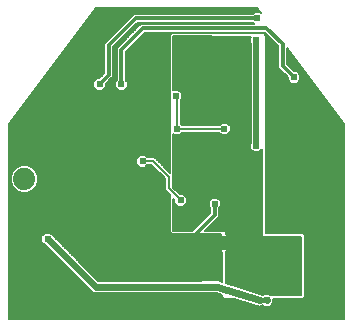
<source format=gbl>
G75*
G70*
%OFA0B0*%
%FSLAX24Y24*%
%IPPOS*%
%LPD*%
%AMOC8*
5,1,8,0,0,1.08239X$1,22.5*
%
%ADD10C,0.0740*%
%ADD11R,0.1000X0.0500*%
%ADD12C,0.0240*%
%ADD13C,0.0240*%
%ADD14C,0.0160*%
%ADD15C,0.0060*%
%ADD16C,0.0120*%
%ADD17C,0.0200*%
%ADD18C,0.0080*%
D10*
X003772Y005182D03*
X003772Y006322D03*
D11*
X009920Y003050D03*
X010920Y003050D03*
D12*
X010200Y001590D02*
X009760Y001590D01*
X009750Y001580D02*
X006150Y001580D01*
X004550Y003180D01*
X010200Y001590D02*
X011610Y001140D01*
X011850Y001140D02*
X011860Y001130D01*
D13*
X011860Y001130D03*
X011850Y002030D03*
X010120Y004350D03*
X008980Y004470D03*
X007680Y003770D03*
X006640Y004610D03*
X007710Y005770D03*
X007690Y006360D03*
X008860Y006850D03*
X009520Y007090D03*
X010440Y006850D03*
X011500Y006280D03*
X012020Y005570D03*
X013420Y005570D03*
X011190Y008090D03*
X011180Y008650D03*
X011500Y009800D03*
X011540Y010530D03*
X009720Y009590D03*
X008820Y007950D03*
X007790Y008260D03*
X007000Y008330D03*
X006280Y008330D03*
X005800Y008210D03*
X006100Y009210D03*
X004880Y007290D03*
X004740Y005460D03*
X004550Y003180D03*
X004190Y001120D03*
X008940Y001910D03*
X012760Y008570D03*
D14*
X009760Y001590D02*
X009750Y001580D01*
X011610Y001140D02*
X011850Y001140D01*
D15*
X003270Y000503D02*
X003270Y007020D01*
X006156Y010869D01*
X011536Y010869D01*
X011654Y010713D01*
X011626Y010740D01*
X011453Y010740D01*
X011393Y010680D01*
X007417Y010680D01*
X006430Y009692D01*
X006430Y008712D01*
X006257Y008540D01*
X006193Y008540D01*
X006070Y008417D01*
X006070Y008243D01*
X006193Y008120D01*
X006366Y008120D01*
X006490Y008243D01*
X006490Y008348D01*
X006642Y008500D01*
X006730Y008588D01*
X006730Y009568D01*
X007542Y010380D01*
X011393Y010380D01*
X011413Y010360D01*
X007657Y010360D01*
X007570Y010272D01*
X006850Y009552D01*
X006850Y008477D01*
X006790Y008417D01*
X006790Y008243D01*
X006913Y008120D01*
X007086Y008120D01*
X007210Y008243D01*
X007210Y008417D01*
X007150Y008477D01*
X007150Y009428D01*
X007782Y010060D01*
X011777Y010060D01*
X012230Y009608D01*
X012230Y008888D01*
X012550Y008568D01*
X012550Y008483D01*
X012673Y008360D01*
X012846Y008360D01*
X012970Y008483D01*
X012970Y008657D01*
X012846Y008780D01*
X012762Y008780D01*
X012530Y009012D01*
X012530Y009545D01*
X014423Y007020D01*
X014423Y000503D01*
X003270Y000503D01*
X003270Y000555D02*
X014423Y000555D01*
X014423Y000614D02*
X003270Y000614D01*
X003270Y000672D02*
X014423Y000672D01*
X014423Y000731D02*
X003270Y000731D01*
X003270Y000789D02*
X014423Y000789D01*
X014423Y000848D02*
X003270Y000848D01*
X003270Y000906D02*
X014423Y000906D01*
X014423Y000965D02*
X011991Y000965D01*
X011946Y000920D02*
X011773Y000920D01*
X011728Y000965D01*
X011629Y000913D01*
X010762Y001190D01*
X010529Y001190D01*
X010528Y001190D01*
X010479Y001190D01*
X010430Y001190D01*
X010429Y001190D01*
X010429Y001190D01*
X010394Y001226D01*
X010360Y001260D01*
X010360Y001261D01*
X010359Y001261D01*
X010360Y001311D01*
X010360Y001319D01*
X010167Y001380D01*
X009846Y001380D01*
X009836Y001370D01*
X006063Y001370D01*
X004463Y002970D01*
X004340Y003093D01*
X004340Y003267D01*
X004463Y003390D01*
X004636Y003390D01*
X004760Y003267D01*
X006236Y001790D01*
X009663Y001790D01*
X009673Y001800D01*
X010149Y001800D01*
X010180Y001817D01*
X010232Y001800D01*
X010286Y001800D01*
X010312Y001775D01*
X010364Y001758D01*
X010373Y002720D01*
X005307Y002720D01*
X005248Y002778D02*
X010330Y002778D01*
X010330Y002763D02*
X010373Y002720D01*
X010372Y002661D02*
X005365Y002661D01*
X005424Y002603D02*
X010372Y002603D01*
X010371Y002544D02*
X005482Y002544D01*
X005541Y002486D02*
X010370Y002486D01*
X010370Y002427D02*
X005599Y002427D01*
X005658Y002369D02*
X010369Y002369D01*
X010369Y002310D02*
X005716Y002310D01*
X005775Y002252D02*
X010368Y002252D01*
X010368Y002193D02*
X005833Y002193D01*
X005892Y002135D02*
X010367Y002135D01*
X010367Y002076D02*
X005950Y002076D01*
X006009Y002018D02*
X010366Y002018D01*
X010366Y001959D02*
X006067Y001959D01*
X006126Y001901D02*
X010365Y001901D01*
X010364Y001842D02*
X006184Y001842D01*
X005883Y001550D02*
X003270Y001550D01*
X003270Y001608D02*
X005824Y001608D01*
X005766Y001667D02*
X003270Y001667D01*
X003270Y001725D02*
X005707Y001725D01*
X005649Y001784D02*
X003270Y001784D01*
X003270Y001842D02*
X005590Y001842D01*
X005532Y001901D02*
X003270Y001901D01*
X003270Y001959D02*
X005473Y001959D01*
X005415Y002018D02*
X003270Y002018D01*
X003270Y002076D02*
X005356Y002076D01*
X005298Y002135D02*
X003270Y002135D01*
X003270Y002193D02*
X005239Y002193D01*
X005181Y002252D02*
X003270Y002252D01*
X003270Y002310D02*
X005122Y002310D01*
X005064Y002369D02*
X003270Y002369D01*
X003270Y002427D02*
X005005Y002427D01*
X004947Y002486D02*
X003270Y002486D01*
X003270Y002544D02*
X004888Y002544D01*
X004830Y002603D02*
X003270Y002603D01*
X003270Y002661D02*
X004771Y002661D01*
X004713Y002720D02*
X003270Y002720D01*
X003270Y002778D02*
X004654Y002778D01*
X004596Y002837D02*
X003270Y002837D01*
X003270Y002895D02*
X004537Y002895D01*
X004479Y002954D02*
X003270Y002954D01*
X003270Y003012D02*
X004420Y003012D01*
X004362Y003071D02*
X003270Y003071D01*
X003270Y003129D02*
X004340Y003129D01*
X004340Y003188D02*
X003270Y003188D01*
X003270Y003246D02*
X004340Y003246D01*
X004377Y003305D02*
X003270Y003305D01*
X003270Y003363D02*
X004436Y003363D01*
X004663Y003363D02*
X008657Y003363D01*
X008690Y003330D02*
X010330Y003330D01*
X010330Y002763D01*
X010330Y002837D02*
X005190Y002837D01*
X005131Y002895D02*
X010330Y002895D01*
X010330Y002954D02*
X005073Y002954D01*
X005014Y003012D02*
X010330Y003012D01*
X010330Y003071D02*
X004956Y003071D01*
X004897Y003129D02*
X010330Y003129D01*
X010330Y003188D02*
X004839Y003188D01*
X004780Y003246D02*
X010330Y003246D01*
X010330Y003305D02*
X004722Y003305D01*
X003270Y003422D02*
X008620Y003422D01*
X008620Y003400D02*
X008690Y003330D01*
X008620Y003400D02*
X008620Y004646D01*
X008450Y004816D01*
X008450Y005196D01*
X008006Y005640D01*
X007876Y005640D01*
X007796Y005560D01*
X007623Y005560D01*
X007500Y005683D01*
X007500Y005857D01*
X007623Y005980D01*
X007796Y005980D01*
X007876Y005900D01*
X008113Y005900D01*
X008620Y005394D01*
X008620Y007853D01*
X008610Y007863D01*
X008610Y008037D01*
X008620Y008047D01*
X008620Y009881D01*
X008619Y009881D01*
X008620Y009930D01*
X008620Y009980D01*
X008620Y009980D01*
X008620Y009981D01*
X008655Y010015D01*
X008690Y010050D01*
X008690Y010050D01*
X008691Y010050D01*
X008740Y010050D01*
X008789Y010050D01*
X008790Y010050D01*
X011700Y010030D01*
X011749Y010030D01*
X011750Y010030D01*
X011750Y010030D01*
X011785Y009995D01*
X011820Y009960D01*
X011820Y009959D01*
X011820Y009910D01*
X011820Y003370D01*
X013049Y003370D01*
X013120Y003300D01*
X013120Y001260D01*
X013049Y001190D01*
X012070Y001190D01*
X012070Y001043D01*
X011946Y000920D01*
X012050Y001023D02*
X014423Y001023D01*
X014423Y001082D02*
X012070Y001082D01*
X012070Y001140D02*
X014423Y001140D01*
X014423Y001199D02*
X013058Y001199D01*
X013116Y001257D02*
X014423Y001257D01*
X014423Y001316D02*
X013120Y001316D01*
X013120Y001374D02*
X014423Y001374D01*
X014423Y001433D02*
X013120Y001433D01*
X013120Y001491D02*
X014423Y001491D01*
X014423Y001550D02*
X013120Y001550D01*
X013120Y001608D02*
X014423Y001608D01*
X014423Y001667D02*
X013120Y001667D01*
X013120Y001725D02*
X014423Y001725D01*
X014423Y001784D02*
X013120Y001784D01*
X013120Y001842D02*
X014423Y001842D01*
X014423Y001901D02*
X013120Y001901D01*
X013120Y001959D02*
X014423Y001959D01*
X014423Y002018D02*
X013120Y002018D01*
X013120Y002076D02*
X014423Y002076D01*
X014423Y002135D02*
X013120Y002135D01*
X013120Y002193D02*
X014423Y002193D01*
X014423Y002252D02*
X013120Y002252D01*
X013120Y002310D02*
X014423Y002310D01*
X014423Y002369D02*
X013120Y002369D01*
X013120Y002427D02*
X014423Y002427D01*
X014423Y002486D02*
X013120Y002486D01*
X013120Y002544D02*
X014423Y002544D01*
X014423Y002603D02*
X013120Y002603D01*
X013120Y002661D02*
X014423Y002661D01*
X014423Y002720D02*
X013120Y002720D01*
X013120Y002778D02*
X014423Y002778D01*
X014423Y002837D02*
X013120Y002837D01*
X013120Y002895D02*
X014423Y002895D01*
X014423Y002954D02*
X013120Y002954D01*
X013120Y003012D02*
X014423Y003012D01*
X014423Y003071D02*
X013120Y003071D01*
X013120Y003129D02*
X014423Y003129D01*
X014423Y003188D02*
X013120Y003188D01*
X013120Y003246D02*
X014423Y003246D01*
X014423Y003305D02*
X013115Y003305D01*
X013056Y003363D02*
X014423Y003363D01*
X014423Y003422D02*
X011820Y003422D01*
X011820Y003480D02*
X014423Y003480D01*
X014423Y003539D02*
X011820Y003539D01*
X011820Y003597D02*
X014423Y003597D01*
X014423Y003656D02*
X011820Y003656D01*
X011820Y003714D02*
X014423Y003714D01*
X014423Y003773D02*
X011820Y003773D01*
X011820Y003831D02*
X014423Y003831D01*
X014423Y003890D02*
X011820Y003890D01*
X011820Y003948D02*
X014423Y003948D01*
X014423Y004007D02*
X011820Y004007D01*
X011820Y004065D02*
X014423Y004065D01*
X014423Y004124D02*
X011820Y004124D01*
X011820Y004182D02*
X014423Y004182D01*
X014423Y004241D02*
X011820Y004241D01*
X011820Y004299D02*
X014423Y004299D01*
X014423Y004358D02*
X011820Y004358D01*
X011820Y004416D02*
X014423Y004416D01*
X014423Y004475D02*
X011820Y004475D01*
X011820Y004533D02*
X014423Y004533D01*
X014423Y004592D02*
X011820Y004592D01*
X011820Y004650D02*
X014423Y004650D01*
X014423Y004709D02*
X011820Y004709D01*
X011820Y004767D02*
X014423Y004767D01*
X014423Y004826D02*
X011820Y004826D01*
X011820Y004884D02*
X014423Y004884D01*
X014423Y004943D02*
X011820Y004943D01*
X011820Y005001D02*
X014423Y005001D01*
X014423Y005060D02*
X011820Y005060D01*
X011820Y005118D02*
X014423Y005118D01*
X014423Y005177D02*
X011820Y005177D01*
X011820Y005235D02*
X014423Y005235D01*
X014423Y005294D02*
X011820Y005294D01*
X011820Y005352D02*
X014423Y005352D01*
X014423Y005411D02*
X011820Y005411D01*
X011820Y005469D02*
X014423Y005469D01*
X014423Y005528D02*
X011820Y005528D01*
X011820Y005586D02*
X014423Y005586D01*
X014423Y005645D02*
X011820Y005645D01*
X011820Y005703D02*
X014423Y005703D01*
X014423Y005762D02*
X011820Y005762D01*
X011820Y005820D02*
X014423Y005820D01*
X014423Y005879D02*
X011820Y005879D01*
X011820Y005937D02*
X014423Y005937D01*
X014423Y005996D02*
X011820Y005996D01*
X011820Y006054D02*
X014423Y006054D01*
X014423Y006113D02*
X011820Y006113D01*
X011820Y006171D02*
X014423Y006171D01*
X014423Y006230D02*
X011820Y006230D01*
X011820Y006288D02*
X014423Y006288D01*
X014423Y006347D02*
X011820Y006347D01*
X011820Y006405D02*
X014423Y006405D01*
X014423Y006464D02*
X011820Y006464D01*
X011820Y006522D02*
X014423Y006522D01*
X014423Y006581D02*
X011820Y006581D01*
X011820Y006639D02*
X014423Y006639D01*
X014423Y006698D02*
X011820Y006698D01*
X011820Y006756D02*
X014423Y006756D01*
X014423Y006815D02*
X011820Y006815D01*
X011820Y006873D02*
X014423Y006873D01*
X014423Y006932D02*
X011820Y006932D01*
X011820Y006990D02*
X014423Y006990D01*
X014402Y007049D02*
X011820Y007049D01*
X011820Y007107D02*
X014358Y007107D01*
X014314Y007166D02*
X011820Y007166D01*
X011820Y007224D02*
X014270Y007224D01*
X014226Y007283D02*
X011820Y007283D01*
X011820Y007341D02*
X014183Y007341D01*
X014139Y007400D02*
X011820Y007400D01*
X011820Y007458D02*
X014095Y007458D01*
X014051Y007517D02*
X011820Y007517D01*
X011820Y007575D02*
X014007Y007575D01*
X013963Y007634D02*
X011820Y007634D01*
X011820Y007692D02*
X013919Y007692D01*
X013875Y007751D02*
X011820Y007751D01*
X011820Y007809D02*
X013832Y007809D01*
X013788Y007868D02*
X011820Y007868D01*
X011820Y007926D02*
X013744Y007926D01*
X013700Y007985D02*
X011820Y007985D01*
X011820Y008043D02*
X013656Y008043D01*
X013612Y008102D02*
X011820Y008102D01*
X011820Y008160D02*
X013568Y008160D01*
X013524Y008219D02*
X011820Y008219D01*
X011820Y008277D02*
X013481Y008277D01*
X013437Y008336D02*
X011820Y008336D01*
X011820Y008394D02*
X012638Y008394D01*
X012580Y008453D02*
X011820Y008453D01*
X011820Y008511D02*
X012550Y008511D01*
X012548Y008570D02*
X011820Y008570D01*
X011820Y008628D02*
X012489Y008628D01*
X012431Y008687D02*
X011820Y008687D01*
X011820Y008745D02*
X012372Y008745D01*
X012314Y008804D02*
X011820Y008804D01*
X011820Y008862D02*
X012255Y008862D01*
X012230Y008921D02*
X011820Y008921D01*
X011820Y008979D02*
X012230Y008979D01*
X012230Y009038D02*
X011820Y009038D01*
X011820Y009096D02*
X012230Y009096D01*
X012230Y009155D02*
X011820Y009155D01*
X011820Y009213D02*
X012230Y009213D01*
X012230Y009272D02*
X011820Y009272D01*
X011820Y009330D02*
X012230Y009330D01*
X012230Y009389D02*
X011820Y009389D01*
X011820Y009447D02*
X012230Y009447D01*
X012230Y009506D02*
X011820Y009506D01*
X011820Y009564D02*
X012230Y009564D01*
X012215Y009623D02*
X011820Y009623D01*
X011820Y009681D02*
X012156Y009681D01*
X012098Y009740D02*
X011820Y009740D01*
X011820Y009798D02*
X012039Y009798D01*
X011981Y009857D02*
X011820Y009857D01*
X011820Y009915D02*
X011922Y009915D01*
X011864Y009974D02*
X011806Y009974D01*
X011820Y009959D02*
X011820Y009959D01*
X011805Y010032D02*
X011389Y010032D01*
X011315Y009913D02*
X011290Y009887D01*
X011290Y009713D01*
X011310Y009693D01*
X011310Y006387D01*
X011290Y006367D01*
X011290Y006193D01*
X011413Y006070D01*
X011586Y006070D01*
X011700Y006183D01*
X011700Y003250D01*
X013000Y003250D01*
X013000Y001310D01*
X011976Y001310D01*
X011946Y001340D01*
X011936Y001350D01*
X011763Y001350D01*
X011733Y001321D01*
X010483Y001720D01*
X010493Y002746D01*
X010510Y002763D01*
X010510Y003337D01*
X010499Y003348D01*
X010500Y003450D01*
X009792Y003450D01*
X010270Y003928D01*
X010270Y004203D01*
X010330Y004263D01*
X010330Y004437D01*
X010206Y004560D01*
X010033Y004560D01*
X009910Y004437D01*
X009910Y004263D01*
X009970Y004203D01*
X009970Y004052D01*
X009367Y003450D01*
X008740Y003450D01*
X008740Y004526D01*
X008770Y004496D01*
X008770Y004383D01*
X008893Y004260D01*
X009066Y004260D01*
X009190Y004383D01*
X009190Y004557D01*
X009066Y004680D01*
X008953Y004680D01*
X008740Y004894D01*
X008740Y006673D01*
X008773Y006640D01*
X008946Y006640D01*
X009026Y006720D01*
X010273Y006720D01*
X010353Y006640D01*
X010526Y006640D01*
X010650Y006763D01*
X010650Y006937D01*
X010526Y007060D01*
X010353Y007060D01*
X010273Y006980D01*
X009026Y006980D01*
X008990Y007017D01*
X008990Y007823D01*
X009030Y007863D01*
X009030Y008037D01*
X008906Y008160D01*
X008740Y008160D01*
X008740Y009930D01*
X011315Y009913D01*
X011290Y009857D02*
X008740Y009857D01*
X008740Y009915D02*
X010945Y009915D01*
X011290Y009798D02*
X008740Y009798D01*
X008740Y009740D02*
X011290Y009740D01*
X011310Y009681D02*
X008740Y009681D01*
X008740Y009623D02*
X011310Y009623D01*
X011310Y009564D02*
X008740Y009564D01*
X008740Y009506D02*
X011310Y009506D01*
X011310Y009447D02*
X008740Y009447D01*
X008740Y009389D02*
X011310Y009389D01*
X011310Y009330D02*
X008740Y009330D01*
X008740Y009272D02*
X011310Y009272D01*
X011310Y009213D02*
X008740Y009213D01*
X008740Y009155D02*
X011310Y009155D01*
X011310Y009096D02*
X008740Y009096D01*
X008740Y009038D02*
X011310Y009038D01*
X011310Y008979D02*
X008740Y008979D01*
X008740Y008921D02*
X011310Y008921D01*
X011310Y008862D02*
X008740Y008862D01*
X008740Y008804D02*
X011310Y008804D01*
X011310Y008745D02*
X008740Y008745D01*
X008740Y008687D02*
X011310Y008687D01*
X011310Y008628D02*
X008740Y008628D01*
X008740Y008570D02*
X011310Y008570D01*
X011310Y008511D02*
X008740Y008511D01*
X008740Y008453D02*
X011310Y008453D01*
X011310Y008394D02*
X008740Y008394D01*
X008740Y008336D02*
X011310Y008336D01*
X011310Y008277D02*
X008740Y008277D01*
X008740Y008219D02*
X011310Y008219D01*
X011310Y008160D02*
X008740Y008160D01*
X008620Y008160D02*
X007127Y008160D01*
X007185Y008219D02*
X008620Y008219D01*
X008620Y008277D02*
X007210Y008277D01*
X007210Y008336D02*
X008620Y008336D01*
X008620Y008394D02*
X007210Y008394D01*
X007174Y008453D02*
X008620Y008453D01*
X008620Y008511D02*
X007150Y008511D01*
X007150Y008570D02*
X008620Y008570D01*
X008620Y008628D02*
X007150Y008628D01*
X007150Y008687D02*
X008620Y008687D01*
X008620Y008745D02*
X007150Y008745D01*
X007150Y008804D02*
X008620Y008804D01*
X008620Y008862D02*
X007150Y008862D01*
X007150Y008921D02*
X008620Y008921D01*
X008620Y008979D02*
X007150Y008979D01*
X007150Y009038D02*
X008620Y009038D01*
X008620Y009096D02*
X007150Y009096D01*
X007150Y009155D02*
X008620Y009155D01*
X008620Y009213D02*
X007150Y009213D01*
X007150Y009272D02*
X008620Y009272D01*
X008620Y009330D02*
X007150Y009330D01*
X007150Y009389D02*
X008620Y009389D01*
X008620Y009447D02*
X007169Y009447D01*
X007227Y009506D02*
X008620Y009506D01*
X008620Y009564D02*
X007286Y009564D01*
X007344Y009623D02*
X008620Y009623D01*
X008620Y009681D02*
X007403Y009681D01*
X007461Y009740D02*
X008620Y009740D01*
X008620Y009798D02*
X007520Y009798D01*
X007578Y009857D02*
X008620Y009857D01*
X008619Y009915D02*
X007637Y009915D01*
X007695Y009974D02*
X008620Y009974D01*
X008672Y010032D02*
X007754Y010032D01*
X007563Y010266D02*
X007428Y010266D01*
X007486Y010325D02*
X007622Y010325D01*
X007505Y010208D02*
X007369Y010208D01*
X007311Y010149D02*
X007446Y010149D01*
X007388Y010091D02*
X007252Y010091D01*
X007194Y010032D02*
X007329Y010032D01*
X007271Y009974D02*
X007135Y009974D01*
X007077Y009915D02*
X007212Y009915D01*
X007154Y009857D02*
X007018Y009857D01*
X006960Y009798D02*
X007095Y009798D01*
X007037Y009740D02*
X006901Y009740D01*
X006843Y009681D02*
X006978Y009681D01*
X006920Y009623D02*
X006784Y009623D01*
X006730Y009564D02*
X006861Y009564D01*
X006850Y009506D02*
X006730Y009506D01*
X006730Y009447D02*
X006850Y009447D01*
X006850Y009389D02*
X006730Y009389D01*
X006730Y009330D02*
X006850Y009330D01*
X006850Y009272D02*
X006730Y009272D01*
X006730Y009213D02*
X006850Y009213D01*
X006850Y009155D02*
X006730Y009155D01*
X006730Y009096D02*
X006850Y009096D01*
X006850Y009038D02*
X006730Y009038D01*
X006730Y008979D02*
X006850Y008979D01*
X006850Y008921D02*
X006730Y008921D01*
X006730Y008862D02*
X006850Y008862D01*
X006850Y008804D02*
X006730Y008804D01*
X006730Y008745D02*
X006850Y008745D01*
X006850Y008687D02*
X006730Y008687D01*
X006730Y008628D02*
X006850Y008628D01*
X006850Y008570D02*
X006711Y008570D01*
X006653Y008511D02*
X006850Y008511D01*
X006825Y008453D02*
X006594Y008453D01*
X006536Y008394D02*
X006790Y008394D01*
X006790Y008336D02*
X006490Y008336D01*
X006490Y008277D02*
X006790Y008277D01*
X006814Y008219D02*
X006465Y008219D01*
X006407Y008160D02*
X006872Y008160D01*
X006345Y008628D02*
X004475Y008628D01*
X004432Y008570D02*
X006287Y008570D01*
X006164Y008511D02*
X004388Y008511D01*
X004344Y008453D02*
X006105Y008453D01*
X006070Y008394D02*
X004300Y008394D01*
X004256Y008336D02*
X006070Y008336D01*
X006070Y008277D02*
X004212Y008277D01*
X004168Y008219D02*
X006094Y008219D01*
X006152Y008160D02*
X004124Y008160D01*
X004081Y008102D02*
X008620Y008102D01*
X008616Y008043D02*
X004037Y008043D01*
X003993Y007985D02*
X008610Y007985D01*
X008610Y007926D02*
X003949Y007926D01*
X003905Y007868D02*
X008610Y007868D01*
X008620Y007809D02*
X003861Y007809D01*
X003817Y007751D02*
X008620Y007751D01*
X008620Y007692D02*
X003773Y007692D01*
X003730Y007634D02*
X008620Y007634D01*
X008620Y007575D02*
X003686Y007575D01*
X003642Y007517D02*
X008620Y007517D01*
X008620Y007458D02*
X003598Y007458D01*
X003554Y007400D02*
X008620Y007400D01*
X008620Y007341D02*
X003510Y007341D01*
X003466Y007283D02*
X008620Y007283D01*
X008620Y007224D02*
X003422Y007224D01*
X003379Y007166D02*
X008620Y007166D01*
X008620Y007107D02*
X003335Y007107D01*
X003291Y007049D02*
X008620Y007049D01*
X008620Y006990D02*
X003270Y006990D01*
X003270Y006932D02*
X008620Y006932D01*
X008620Y006873D02*
X003270Y006873D01*
X003270Y006815D02*
X008620Y006815D01*
X008620Y006756D02*
X003270Y006756D01*
X003270Y006698D02*
X008620Y006698D01*
X008620Y006639D02*
X003270Y006639D01*
X003270Y006581D02*
X008620Y006581D01*
X008620Y006522D02*
X003270Y006522D01*
X003270Y006464D02*
X008620Y006464D01*
X008620Y006405D02*
X003270Y006405D01*
X003270Y006347D02*
X008620Y006347D01*
X008620Y006288D02*
X003270Y006288D01*
X003270Y006230D02*
X008620Y006230D01*
X008620Y006171D02*
X003270Y006171D01*
X003270Y006113D02*
X008620Y006113D01*
X008620Y006054D02*
X003270Y006054D01*
X003270Y005996D02*
X008620Y005996D01*
X008620Y005937D02*
X007839Y005937D01*
X007580Y005937D02*
X003270Y005937D01*
X003270Y005879D02*
X007521Y005879D01*
X007500Y005820D02*
X003270Y005820D01*
X003270Y005762D02*
X007500Y005762D01*
X007500Y005703D02*
X003270Y005703D01*
X003270Y005645D02*
X007538Y005645D01*
X007596Y005586D02*
X003998Y005586D01*
X004033Y005572D02*
X003864Y005642D01*
X003681Y005642D01*
X003512Y005572D01*
X003382Y005442D01*
X003312Y005273D01*
X003312Y005090D01*
X003382Y004921D01*
X003512Y004792D01*
X003681Y004722D01*
X003864Y004722D01*
X004033Y004792D01*
X004162Y004921D01*
X004232Y005090D01*
X004232Y005273D01*
X004162Y005442D01*
X004033Y005572D01*
X004077Y005528D02*
X008118Y005528D01*
X008060Y005586D02*
X007823Y005586D01*
X008177Y005469D02*
X004135Y005469D01*
X004175Y005411D02*
X008235Y005411D01*
X008294Y005352D02*
X004200Y005352D01*
X004224Y005294D02*
X008352Y005294D01*
X008411Y005235D02*
X004232Y005235D01*
X004232Y005177D02*
X008450Y005177D01*
X008450Y005118D02*
X004232Y005118D01*
X004220Y005060D02*
X008450Y005060D01*
X008450Y005001D02*
X004195Y005001D01*
X004171Y004943D02*
X008450Y004943D01*
X008450Y004884D02*
X004125Y004884D01*
X004067Y004826D02*
X008450Y004826D01*
X008499Y004767D02*
X003973Y004767D01*
X003571Y004767D02*
X003270Y004767D01*
X003270Y004709D02*
X008557Y004709D01*
X008616Y004650D02*
X003270Y004650D01*
X003270Y004592D02*
X008620Y004592D01*
X008620Y004533D02*
X003270Y004533D01*
X003270Y004475D02*
X008620Y004475D01*
X008620Y004416D02*
X003270Y004416D01*
X003270Y004358D02*
X008620Y004358D01*
X008620Y004299D02*
X003270Y004299D01*
X003270Y004241D02*
X008620Y004241D01*
X008620Y004182D02*
X003270Y004182D01*
X003270Y004124D02*
X008620Y004124D01*
X008620Y004065D02*
X003270Y004065D01*
X003270Y004007D02*
X008620Y004007D01*
X008620Y003948D02*
X003270Y003948D01*
X003270Y003890D02*
X008620Y003890D01*
X008620Y003831D02*
X003270Y003831D01*
X003270Y003773D02*
X008620Y003773D01*
X008620Y003714D02*
X003270Y003714D01*
X003270Y003656D02*
X008620Y003656D01*
X008620Y003597D02*
X003270Y003597D01*
X003270Y003539D02*
X008620Y003539D01*
X008620Y003480D02*
X003270Y003480D01*
X003270Y004826D02*
X003478Y004826D01*
X003419Y004884D02*
X003270Y004884D01*
X003270Y004943D02*
X003373Y004943D01*
X003349Y005001D02*
X003270Y005001D01*
X003270Y005060D02*
X003325Y005060D01*
X003312Y005118D02*
X003270Y005118D01*
X003270Y005177D02*
X003312Y005177D01*
X003312Y005235D02*
X003270Y005235D01*
X003270Y005294D02*
X003321Y005294D01*
X003345Y005352D02*
X003270Y005352D01*
X003270Y005411D02*
X003369Y005411D01*
X003409Y005469D02*
X003270Y005469D01*
X003270Y005528D02*
X003468Y005528D01*
X003546Y005586D02*
X003270Y005586D01*
X004519Y008687D02*
X006404Y008687D01*
X006430Y008745D02*
X004563Y008745D01*
X004607Y008804D02*
X006430Y008804D01*
X006430Y008862D02*
X004651Y008862D01*
X004695Y008921D02*
X006430Y008921D01*
X006430Y008979D02*
X004739Y008979D01*
X004783Y009038D02*
X006430Y009038D01*
X006430Y009096D02*
X004826Y009096D01*
X004870Y009155D02*
X006430Y009155D01*
X006430Y009213D02*
X004914Y009213D01*
X004958Y009272D02*
X006430Y009272D01*
X006430Y009330D02*
X005002Y009330D01*
X005046Y009389D02*
X006430Y009389D01*
X006430Y009447D02*
X005090Y009447D01*
X005134Y009506D02*
X006430Y009506D01*
X006430Y009564D02*
X005177Y009564D01*
X005221Y009623D02*
X006430Y009623D01*
X006430Y009681D02*
X005265Y009681D01*
X005309Y009740D02*
X006477Y009740D01*
X006535Y009798D02*
X005353Y009798D01*
X005397Y009857D02*
X006594Y009857D01*
X006652Y009915D02*
X005441Y009915D01*
X005485Y009974D02*
X006711Y009974D01*
X006769Y010032D02*
X005528Y010032D01*
X005572Y010091D02*
X006828Y010091D01*
X006886Y010149D02*
X005616Y010149D01*
X005660Y010208D02*
X006945Y010208D01*
X007003Y010266D02*
X005704Y010266D01*
X005748Y010325D02*
X007062Y010325D01*
X007120Y010383D02*
X005792Y010383D01*
X005836Y010442D02*
X007179Y010442D01*
X007237Y010500D02*
X005879Y010500D01*
X005923Y010559D02*
X007296Y010559D01*
X007354Y010617D02*
X005967Y010617D01*
X006011Y010676D02*
X007413Y010676D01*
X006143Y010851D02*
X011550Y010851D01*
X011594Y010793D02*
X006099Y010793D01*
X006055Y010734D02*
X011447Y010734D01*
X011632Y010734D02*
X011638Y010734D01*
X012530Y009506D02*
X012559Y009506D01*
X012530Y009447D02*
X012603Y009447D01*
X012647Y009389D02*
X012530Y009389D01*
X012530Y009330D02*
X012691Y009330D01*
X012735Y009272D02*
X012530Y009272D01*
X012530Y009213D02*
X012779Y009213D01*
X012822Y009155D02*
X012530Y009155D01*
X012530Y009096D02*
X012866Y009096D01*
X012910Y009038D02*
X012530Y009038D01*
X012563Y008979D02*
X012954Y008979D01*
X012998Y008921D02*
X012621Y008921D01*
X012680Y008862D02*
X013042Y008862D01*
X013086Y008804D02*
X012738Y008804D01*
X012881Y008745D02*
X013130Y008745D01*
X013173Y008687D02*
X012940Y008687D01*
X012970Y008628D02*
X013217Y008628D01*
X013261Y008570D02*
X012970Y008570D01*
X012970Y008511D02*
X013305Y008511D01*
X013349Y008453D02*
X012939Y008453D01*
X012881Y008394D02*
X013393Y008394D01*
X011310Y008102D02*
X008965Y008102D01*
X009023Y008043D02*
X011310Y008043D01*
X011310Y007985D02*
X009030Y007985D01*
X009030Y007926D02*
X011310Y007926D01*
X011310Y007868D02*
X009030Y007868D01*
X008990Y007809D02*
X011310Y007809D01*
X011310Y007751D02*
X008990Y007751D01*
X008990Y007692D02*
X011310Y007692D01*
X011310Y007634D02*
X008990Y007634D01*
X008990Y007575D02*
X011310Y007575D01*
X011310Y007517D02*
X008990Y007517D01*
X008990Y007458D02*
X011310Y007458D01*
X011310Y007400D02*
X008990Y007400D01*
X008990Y007341D02*
X011310Y007341D01*
X011310Y007283D02*
X008990Y007283D01*
X008990Y007224D02*
X011310Y007224D01*
X011310Y007166D02*
X008990Y007166D01*
X008990Y007107D02*
X011310Y007107D01*
X011310Y007049D02*
X010538Y007049D01*
X010596Y006990D02*
X011310Y006990D01*
X011310Y006932D02*
X010650Y006932D01*
X010650Y006873D02*
X011310Y006873D01*
X011310Y006815D02*
X010650Y006815D01*
X010643Y006756D02*
X011310Y006756D01*
X011310Y006698D02*
X010584Y006698D01*
X010295Y006698D02*
X009004Y006698D01*
X008740Y006639D02*
X011310Y006639D01*
X011310Y006581D02*
X008740Y006581D01*
X008740Y006522D02*
X011310Y006522D01*
X011310Y006464D02*
X008740Y006464D01*
X008740Y006405D02*
X011310Y006405D01*
X011290Y006347D02*
X008740Y006347D01*
X008740Y006288D02*
X011290Y006288D01*
X011290Y006230D02*
X008740Y006230D01*
X008740Y006171D02*
X011311Y006171D01*
X011370Y006113D02*
X008740Y006113D01*
X008740Y006054D02*
X011700Y006054D01*
X011700Y005996D02*
X008740Y005996D01*
X008740Y005937D02*
X011700Y005937D01*
X011700Y005879D02*
X008740Y005879D01*
X008740Y005820D02*
X011700Y005820D01*
X011700Y005762D02*
X008740Y005762D01*
X008740Y005703D02*
X011700Y005703D01*
X011700Y005645D02*
X008740Y005645D01*
X008740Y005586D02*
X011700Y005586D01*
X011700Y005528D02*
X008740Y005528D01*
X008740Y005469D02*
X011700Y005469D01*
X011700Y005411D02*
X008740Y005411D01*
X008740Y005352D02*
X011700Y005352D01*
X011700Y005294D02*
X008740Y005294D01*
X008740Y005235D02*
X011700Y005235D01*
X011700Y005177D02*
X008740Y005177D01*
X008740Y005118D02*
X011700Y005118D01*
X011700Y005060D02*
X008740Y005060D01*
X008740Y005001D02*
X011700Y005001D01*
X011700Y004943D02*
X008740Y004943D01*
X008749Y004884D02*
X011700Y004884D01*
X011700Y004826D02*
X008808Y004826D01*
X008866Y004767D02*
X011700Y004767D01*
X011700Y004709D02*
X008925Y004709D01*
X009096Y004650D02*
X011700Y004650D01*
X011700Y004592D02*
X009155Y004592D01*
X009190Y004533D02*
X010006Y004533D01*
X009947Y004475D02*
X009190Y004475D01*
X009190Y004416D02*
X009910Y004416D01*
X009910Y004358D02*
X009164Y004358D01*
X009106Y004299D02*
X009910Y004299D01*
X009932Y004241D02*
X008740Y004241D01*
X008740Y004299D02*
X008853Y004299D01*
X008795Y004358D02*
X008740Y004358D01*
X008740Y004416D02*
X008770Y004416D01*
X008770Y004475D02*
X008740Y004475D01*
X008740Y004182D02*
X009970Y004182D01*
X009970Y004124D02*
X008740Y004124D01*
X008740Y004065D02*
X009970Y004065D01*
X009924Y004007D02*
X008740Y004007D01*
X008740Y003948D02*
X009865Y003948D01*
X009807Y003890D02*
X008740Y003890D01*
X008740Y003831D02*
X009748Y003831D01*
X009690Y003773D02*
X008740Y003773D01*
X008740Y003714D02*
X009631Y003714D01*
X009573Y003656D02*
X008740Y003656D01*
X008740Y003597D02*
X009514Y003597D01*
X009456Y003539D02*
X008740Y003539D01*
X008740Y003480D02*
X009397Y003480D01*
X009822Y003480D02*
X011700Y003480D01*
X011700Y003422D02*
X010499Y003422D01*
X010499Y003363D02*
X011700Y003363D01*
X011700Y003305D02*
X010510Y003305D01*
X010510Y003246D02*
X013000Y003246D01*
X013000Y003188D02*
X010510Y003188D01*
X010510Y003129D02*
X013000Y003129D01*
X013000Y003071D02*
X010510Y003071D01*
X010510Y003012D02*
X013000Y003012D01*
X013000Y002954D02*
X010510Y002954D01*
X010510Y002895D02*
X013000Y002895D01*
X013000Y002837D02*
X010510Y002837D01*
X010510Y002778D02*
X013000Y002778D01*
X013000Y002720D02*
X010493Y002720D01*
X010492Y002661D02*
X013000Y002661D01*
X013000Y002603D02*
X010492Y002603D01*
X010491Y002544D02*
X013000Y002544D01*
X013000Y002486D02*
X010490Y002486D01*
X010490Y002427D02*
X013000Y002427D01*
X013000Y002369D02*
X010489Y002369D01*
X010489Y002310D02*
X013000Y002310D01*
X013000Y002252D02*
X010488Y002252D01*
X010488Y002193D02*
X013000Y002193D01*
X013000Y002135D02*
X010487Y002135D01*
X010487Y002076D02*
X013000Y002076D01*
X013000Y002018D02*
X010486Y002018D01*
X010486Y001959D02*
X013000Y001959D01*
X013000Y001901D02*
X010485Y001901D01*
X010484Y001842D02*
X013000Y001842D01*
X013000Y001784D02*
X010484Y001784D01*
X010483Y001725D02*
X013000Y001725D01*
X013000Y001667D02*
X010650Y001667D01*
X010834Y001608D02*
X013000Y001608D01*
X013000Y001550D02*
X011017Y001550D01*
X011200Y001491D02*
X013000Y001491D01*
X013000Y001433D02*
X011384Y001433D01*
X011567Y001374D02*
X013000Y001374D01*
X013000Y001316D02*
X011971Y001316D01*
X011728Y000965D02*
X011727Y000965D01*
X011469Y000965D02*
X003270Y000965D01*
X003270Y001023D02*
X011285Y001023D01*
X011102Y001082D02*
X003270Y001082D01*
X003270Y001140D02*
X010919Y001140D01*
X010421Y001199D02*
X003270Y001199D01*
X003270Y001257D02*
X010363Y001257D01*
X010360Y001316D02*
X003270Y001316D01*
X003270Y001374D02*
X006058Y001374D01*
X006000Y001433D02*
X003270Y001433D01*
X003270Y001491D02*
X005941Y001491D01*
X009841Y001374D02*
X010185Y001374D01*
X010303Y001784D02*
X010364Y001784D01*
X009880Y003539D02*
X011700Y003539D01*
X011700Y003597D02*
X009939Y003597D01*
X009997Y003656D02*
X011700Y003656D01*
X011700Y003714D02*
X010056Y003714D01*
X010114Y003773D02*
X011700Y003773D01*
X011700Y003831D02*
X010173Y003831D01*
X010231Y003890D02*
X011700Y003890D01*
X011700Y003948D02*
X010270Y003948D01*
X010270Y004007D02*
X011700Y004007D01*
X011700Y004065D02*
X010270Y004065D01*
X010270Y004124D02*
X011700Y004124D01*
X011700Y004182D02*
X010270Y004182D01*
X010307Y004241D02*
X011700Y004241D01*
X011700Y004299D02*
X010330Y004299D01*
X010330Y004358D02*
X011700Y004358D01*
X011700Y004416D02*
X010330Y004416D01*
X010292Y004475D02*
X011700Y004475D01*
X011700Y004533D02*
X010233Y004533D01*
X008620Y005411D02*
X008603Y005411D01*
X008620Y005469D02*
X008544Y005469D01*
X008486Y005528D02*
X008620Y005528D01*
X008620Y005586D02*
X008427Y005586D01*
X008369Y005645D02*
X008620Y005645D01*
X008620Y005703D02*
X008310Y005703D01*
X008252Y005762D02*
X008620Y005762D01*
X008620Y005820D02*
X008193Y005820D01*
X008135Y005879D02*
X008620Y005879D01*
X009016Y006990D02*
X010283Y006990D01*
X010341Y007049D02*
X008990Y007049D01*
X011629Y006113D02*
X011700Y006113D01*
X011700Y006171D02*
X011688Y006171D01*
D16*
X010120Y004350D02*
X010120Y003990D01*
X009120Y002990D01*
X009120Y002030D01*
X008940Y001910D01*
X005800Y008210D02*
X005800Y008910D01*
X006100Y009210D01*
X006580Y009630D02*
X006580Y008650D01*
X006280Y008350D01*
X006280Y008330D01*
X007000Y008330D02*
X007000Y009490D01*
X007720Y010210D01*
X011840Y010210D01*
X012380Y009670D01*
X012380Y008950D01*
X012760Y008570D01*
X011540Y010530D02*
X007480Y010530D01*
X006580Y009630D01*
D17*
X011500Y009800D02*
X011500Y006280D01*
D18*
X010440Y006850D02*
X008860Y006850D01*
X008860Y007870D01*
X008820Y007950D01*
X008060Y005770D02*
X007710Y005770D01*
X008060Y005770D02*
X008580Y005250D01*
X008580Y004870D01*
X008980Y004470D01*
M02*

</source>
